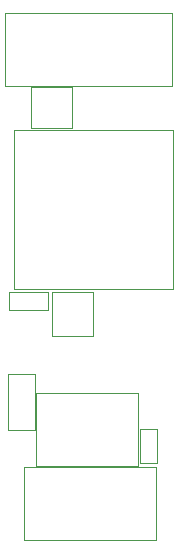
<source format=gbr>
%TF.GenerationSoftware,KiCad,Pcbnew,(5.1.9)-1*%
%TF.CreationDate,2021-02-13T16:54:45-05:00*%
%TF.ProjectId,mega_nrf24_usb,6d656761-5f6e-4726-9632-345f7573622e,rev?*%
%TF.SameCoordinates,Original*%
%TF.FileFunction,Other,User*%
%FSLAX46Y46*%
G04 Gerber Fmt 4.6, Leading zero omitted, Abs format (unit mm)*
G04 Created by KiCad (PCBNEW (5.1.9)-1) date 2021-02-13 16:54:45*
%MOMM*%
%LPD*%
G01*
G04 APERTURE LIST*
%ADD10C,0.050000*%
G04 APERTURE END LIST*
D10*
%TO.C,D1*%
X141572600Y-128944600D02*
X141572600Y-124244600D01*
X141572600Y-124244600D02*
X143872600Y-124244600D01*
X143872600Y-124244600D02*
X143872600Y-128944600D01*
X141572600Y-128944600D02*
X143872600Y-128944600D01*
%TO.C,D3*%
X146953200Y-103385600D02*
X143553200Y-103385600D01*
X143553200Y-103385600D02*
X143553200Y-99885600D01*
X143553200Y-99885600D02*
X146953200Y-99885600D01*
X146953200Y-99885600D02*
X146953200Y-103385600D01*
%TO.C,C3*%
X144982200Y-117303800D02*
X144982200Y-118763800D01*
X144982200Y-118763800D02*
X141682200Y-118763800D01*
X141682200Y-118763800D02*
X141682200Y-117303800D01*
X141682200Y-117303800D02*
X144982200Y-117303800D01*
%TO.C,J2*%
X155478800Y-93670800D02*
X141278800Y-93670800D01*
X141278800Y-93670800D02*
X141278800Y-99820800D01*
X155478800Y-93670800D02*
X155478800Y-99820800D01*
X155478800Y-99820800D02*
X141278800Y-99820800D01*
%TO.C,Y1*%
X145290600Y-117301400D02*
X148790600Y-117301400D01*
X148790600Y-121001400D02*
X145290600Y-121001400D01*
X145290600Y-121001400D02*
X145290600Y-117301400D01*
X148790600Y-117301400D02*
X148790600Y-121001400D01*
%TO.C,32u4*%
X142118600Y-103586800D02*
X142118600Y-116986800D01*
X155518600Y-103586800D02*
X155518600Y-116986800D01*
X142118600Y-103586800D02*
X155518600Y-103586800D01*
X142118600Y-116986800D02*
X155518600Y-116986800D01*
%TO.C,ICSP1*%
X143945200Y-131975000D02*
X152595200Y-131975000D01*
X152595200Y-131975000D02*
X152595200Y-125825000D01*
X152595200Y-125825000D02*
X143945200Y-125825000D01*
X143945200Y-125825000D02*
X143945200Y-131975000D01*
%TO.C,J1*%
X154098400Y-132134200D02*
X154098400Y-138234200D01*
X154098400Y-138234200D02*
X142898400Y-138234200D01*
X142898400Y-138234200D02*
X142898400Y-132134200D01*
X142898400Y-132134200D02*
X154098400Y-132134200D01*
%TO.C,C1*%
X154196800Y-131795000D02*
X152736800Y-131795000D01*
X152736800Y-131795000D02*
X152736800Y-128835000D01*
X152736800Y-128835000D02*
X154196800Y-128835000D01*
X154196800Y-128835000D02*
X154196800Y-131795000D01*
%TD*%
M02*

</source>
